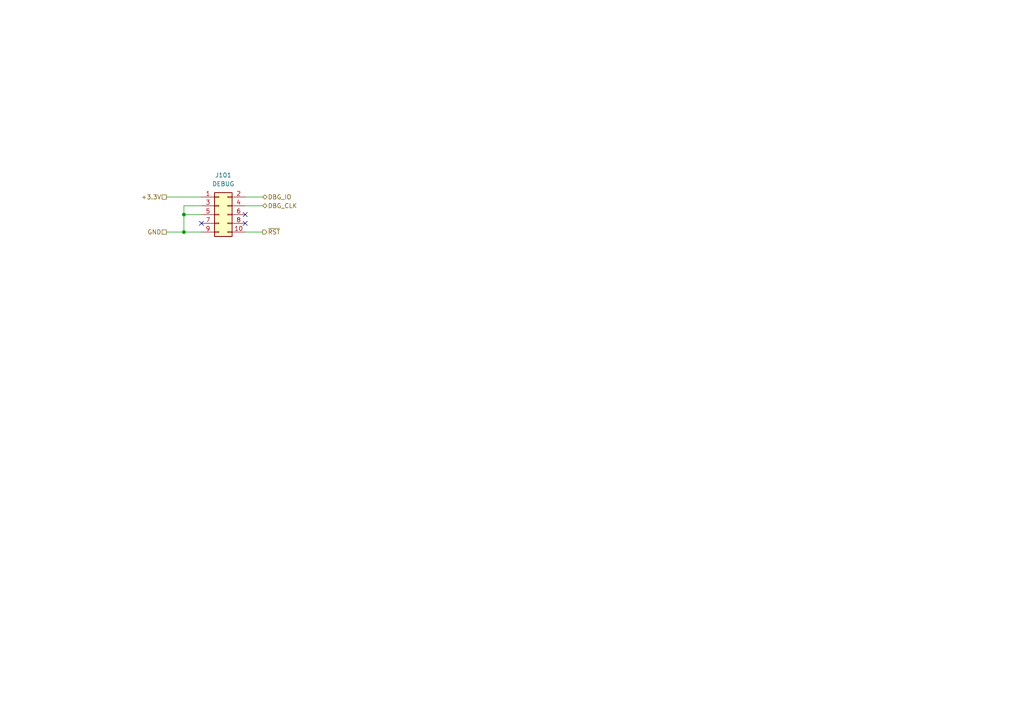
<source format=kicad_sch>
(kicad_sch (version 20230121) (generator eeschema)
  (paper "A4")
  (lib_symbols
    (symbol "Connector_Generic:Conn_02x05_Odd_Even" (pin_names (offset 1.016) hide)
      (property "Reference" "J" (at 1.27 7.62 0))
      (property "Value" "Conn_02x05_Odd_Even" (at 1.27 -7.62 0))
      (symbol "Conn_02x05_Odd_Even_1_1"
        (rectangle (start -1.27 -4.953) (end 0 -5.207) (stroke (width 0.1524)))
        (rectangle (start -1.27 -2.413) (end 0 -2.667) (stroke (width 0.1524)))
        (rectangle (start -1.27 0.127) (end 0 -0.127) (stroke (width 0.1524)))
        (rectangle (start -1.27 2.667) (end 0 2.413) (stroke (width 0.1524)))
        (rectangle (start -1.27 5.207) (end 0 4.953) (stroke (width 0.1524)))
        (rectangle (start -1.27 6.35) (end 3.81 -6.35) (stroke (width 0.254)) (fill (type background)))
        (rectangle (start 3.81 -4.953) (end 2.54 -5.207) (stroke (width 0.1524)))
        (rectangle (start 3.81 -2.413) (end 2.54 -2.667) (stroke (width 0.1524)))
        (rectangle (start 3.81 0.127) (end 2.54 -0.127) (stroke (width 0.1524)))
        (rectangle (start 3.81 2.667) (end 2.54 2.413) (stroke (width 0.1524)))
        (rectangle (start 3.81 5.207) (end 2.54 4.953) (stroke (width 0.1524)))
        (pin passive line (at -5.08 5.08 0) (length 3.81) (name "Pin_1") (number "1"))
        (pin passive line (at 7.62 -5.08 180) (length 3.81) (name "Pin_10") (number "10"))
        (pin passive line (at 7.62 5.08 180) (length 3.81) (name "Pin_2") (number "2"))
        (pin passive line (at -5.08 2.54 0) (length 3.81) (name "Pin_3") (number "3"))
        (pin passive line (at 7.62 2.54 180) (length 3.81) (name "Pin_4") (number "4"))
        (pin passive line (at -5.08 0 0) (length 3.81) (name "Pin_5") (number "5"))
        (pin passive line (at 7.62 0 180) (length 3.81) (name "Pin_6") (number "6"))
        (pin passive line (at -5.08 -2.54 0) (length 3.81) (name "Pin_7") (number "7"))
        (pin passive line (at 7.62 -2.54 180) (length 3.81) (name "Pin_8") (number "8"))
        (pin passive line (at -5.08 -5.08 0) (length 3.81) (name "Pin_9") (number "9"))
      )
    )
  )
  (junction (at 53.34 62.23))
  (junction (at 53.34 67.31))
  (no_connect (at 71.12 64.77))
  (no_connect (at 58.42 64.77))
  (no_connect (at 71.12 62.23))
  (wire (pts (xy 71.12 67.31) (xy 76.2 67.31)))
  (wire (pts (xy 53.34 62.23) (xy 58.42 62.23)))
  (wire (pts (xy 48.26 57.15) (xy 58.42 57.15)))
  (wire (pts (xy 71.12 59.69) (xy 76.2 59.69)))
  (wire (pts (xy 53.34 67.31) (xy 58.42 67.31)))
  (wire (pts (xy 48.26 67.31) (xy 53.34 67.31)))
  (wire (pts (xy 53.34 62.23) (xy 53.34 67.31)))
  (wire (pts (xy 71.12 57.15) (xy 76.2 57.15)))
  (wire (pts (xy 53.34 62.23) (xy 53.34 59.69)))
  (wire (pts (xy 58.42 59.69) (xy 53.34 59.69)))
  (hierarchical_label "+3.3V" (shape passive) (at 48.26 57.15 180))
  (hierarchical_label "DBG_IO" (shape bidirectional) (at 76.2 57.15 0))
  (hierarchical_label "DBG_CLK" (shape bidirectional) (at 76.2 59.69 0))
  (hierarchical_label "~{RST}" (shape output) (at 76.2 67.31 0))
  (hierarchical_label "GND" (shape passive) (at 48.26 67.31 180))
  (symbol (lib_id "Connector_Generic:Conn_02x05_Odd_Even") (at 63.5 62.23 0) (unit 1)
    (property "Reference" "J101" (at 64.77 50.8 0))
    (property "Value" "DEBUG" (at 64.77 53.34 0))
    (property "Footprint" "Connector_PinHeader_1.27mm:PinHeader_2x05_P1.27mm_Vertical_SMD" (effects hide))
  )
)
</source>
